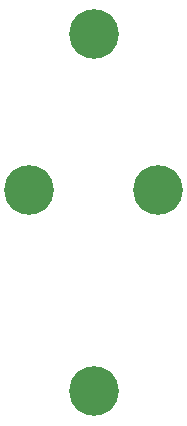
<source format=gbs>
%FSLAX25Y25*%
%MOIN*%
G70*
G01*
G75*
G04 Layer_Color=16711935*
%ADD10R,0.09449X0.06496*%
%ADD11R,0.09449X0.14370*%
%ADD12R,0.05118X0.21654*%
%ADD13R,0.15748X0.15354*%
%ADD14C,0.15748*%
%ADD15R,0.10249X0.07296*%
%ADD16R,0.10249X0.15170*%
%ADD17R,0.05918X0.22453*%
%ADD18R,0.16548X0.16154*%
%ADD19C,0.16548*%
%ADD20C,0.20535*%
D19*
X0Y59449D02*
D03*
Y-59449D02*
D03*
X-21457Y7480D02*
D03*
X21457D02*
D03*
M02*

</source>
